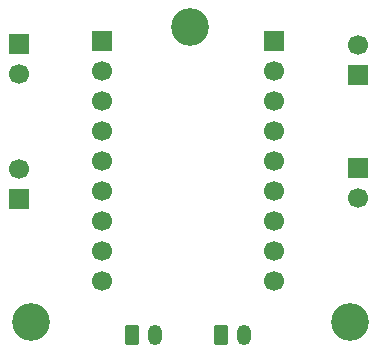
<source format=gbr>
%TF.GenerationSoftware,KiCad,Pcbnew,9.0.4*%
%TF.CreationDate,2025-10-07T14:12:27+03:00*%
%TF.ProjectId,XIaoShield,5849616f-5368-4696-956c-642e6b696361,rev?*%
%TF.SameCoordinates,Original*%
%TF.FileFunction,Soldermask,Bot*%
%TF.FilePolarity,Negative*%
%FSLAX46Y46*%
G04 Gerber Fmt 4.6, Leading zero omitted, Abs format (unit mm)*
G04 Created by KiCad (PCBNEW 9.0.4) date 2025-10-07 14:12:27*
%MOMM*%
%LPD*%
G01*
G04 APERTURE LIST*
G04 Aperture macros list*
%AMRoundRect*
0 Rectangle with rounded corners*
0 $1 Rounding radius*
0 $2 $3 $4 $5 $6 $7 $8 $9 X,Y pos of 4 corners*
0 Add a 4 corners polygon primitive as box body*
4,1,4,$2,$3,$4,$5,$6,$7,$8,$9,$2,$3,0*
0 Add four circle primitives for the rounded corners*
1,1,$1+$1,$2,$3*
1,1,$1+$1,$4,$5*
1,1,$1+$1,$6,$7*
1,1,$1+$1,$8,$9*
0 Add four rect primitives between the rounded corners*
20,1,$1+$1,$2,$3,$4,$5,0*
20,1,$1+$1,$4,$5,$6,$7,0*
20,1,$1+$1,$6,$7,$8,$9,0*
20,1,$1+$1,$8,$9,$2,$3,0*%
G04 Aperture macros list end*
%ADD10R,1.700000X1.700000*%
%ADD11C,1.700000*%
%ADD12RoundRect,0.250000X-0.350000X-0.625000X0.350000X-0.625000X0.350000X0.625000X-0.350000X0.625000X0*%
%ADD13O,1.200000X1.750000*%
%ADD14C,3.200000*%
G04 APERTURE END LIST*
D10*
%TO.C,J6*%
X182660000Y-67920000D03*
D11*
X182660000Y-70460000D03*
%TD*%
D12*
%TO.C,J7*%
X163530000Y-82080000D03*
D13*
X165530000Y-82080000D03*
%TD*%
D10*
%TO.C,J8*%
X161000000Y-57200000D03*
D11*
X161000000Y-59740000D03*
X161000000Y-62280000D03*
X161000000Y-64820000D03*
X161000000Y-67360000D03*
X161000000Y-69900000D03*
X161000000Y-72440000D03*
X161000000Y-74980000D03*
X161000000Y-77520000D03*
%TD*%
D14*
%TO.C,H3*%
X168500000Y-56000000D03*
%TD*%
D10*
%TO.C,J5*%
X175600000Y-57200000D03*
D11*
X175600000Y-59740000D03*
X175600000Y-62280000D03*
X175600000Y-64820000D03*
X175600000Y-67360000D03*
X175600000Y-69900000D03*
X175600000Y-72440000D03*
X175600000Y-74980000D03*
X175600000Y-77520000D03*
%TD*%
D10*
%TO.C,J4*%
X154000000Y-70540000D03*
D11*
X154000000Y-68000000D03*
%TD*%
D14*
%TO.C,H2*%
X182000000Y-81000000D03*
%TD*%
%TO.C,H1*%
X155000000Y-81000000D03*
%TD*%
D10*
%TO.C,J3*%
X154000000Y-57460000D03*
D11*
X154000000Y-60000000D03*
%TD*%
D10*
%TO.C,J1*%
X182680000Y-60070000D03*
D11*
X182680000Y-57530000D03*
%TD*%
D12*
%TO.C,J2*%
X171060000Y-82060000D03*
D13*
X173060000Y-82060000D03*
%TD*%
M02*

</source>
